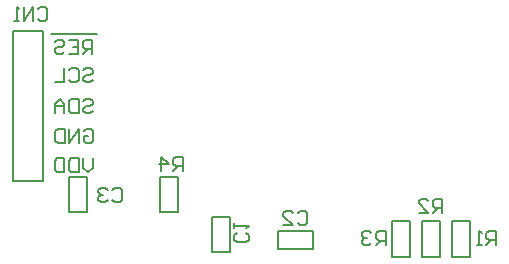
<source format=gbo>
G04*
G04 #@! TF.GenerationSoftware,Altium Limited,Altium Designer,22.4.2 (48)*
G04*
G04 Layer_Color=32896*
%FSLAX25Y25*%
%MOIN*%
G70*
G04*
G04 #@! TF.SameCoordinates,3C072E9B-22AA-40BF-B50C-96CCD76C562D*
G04*
G04*
G04 #@! TF.FilePolarity,Positive*
G04*
G01*
G75*
%ADD11C,0.00787*%
D11*
X23622Y90748D02*
X38976D01*
X29626Y31398D02*
X35531D01*
X29626D02*
Y43209D01*
X35531D01*
Y31398D02*
Y43209D01*
X11043Y91929D02*
X21043D01*
X11043Y41929D02*
Y91929D01*
X21043Y41929D02*
Y91929D01*
X11043Y41929D02*
X21043D01*
X137303Y28445D02*
X143209D01*
Y16634D02*
Y28445D01*
X137303Y16634D02*
X143209D01*
X137303D02*
Y28445D01*
X147244D02*
X153150D01*
Y16634D02*
Y28445D01*
X147244Y16634D02*
X153150D01*
X147244D02*
Y28445D01*
X157283D02*
X163189D01*
Y16634D02*
Y28445D01*
X157283Y16634D02*
X163189D01*
X157283D02*
Y28445D01*
X111024Y19291D02*
Y25197D01*
X99213Y19291D02*
X111024D01*
X99213D02*
Y25197D01*
X111024D01*
X77264Y29823D02*
X83169D01*
Y18012D02*
Y29823D01*
X77264Y18012D02*
X83169D01*
X77264D02*
Y29823D01*
X60039Y31398D02*
X65945D01*
X60039D02*
Y43209D01*
X65945D01*
Y31398D02*
Y43209D01*
X37402Y84153D02*
Y88876D01*
X35040D01*
X34253Y88089D01*
Y86515D01*
X35040Y85728D01*
X37402D01*
X35827D02*
X34253Y84153D01*
X29530Y88876D02*
X32679D01*
Y84153D01*
X29530D01*
X32679Y86515D02*
X31104D01*
X24807Y88089D02*
X25594Y88876D01*
X27169D01*
X27956Y88089D01*
Y87302D01*
X27169Y86515D01*
X25594D01*
X24807Y85728D01*
Y84941D01*
X25594Y84153D01*
X27169D01*
X27956Y84941D01*
X34351Y78641D02*
X35139Y79428D01*
X36713D01*
X37500Y78641D01*
Y77853D01*
X36713Y77066D01*
X35139D01*
X34351Y76279D01*
Y75492D01*
X35139Y74705D01*
X36713D01*
X37500Y75492D01*
X29629Y78641D02*
X30416Y79428D01*
X31990D01*
X32777Y78641D01*
Y75492D01*
X31990Y74705D01*
X30416D01*
X29629Y75492D01*
X28054Y79428D02*
Y74705D01*
X24906D01*
X34351Y68306D02*
X35139Y69093D01*
X36713D01*
X37500Y68306D01*
Y67519D01*
X36713Y66732D01*
X35139D01*
X34351Y65944D01*
Y65157D01*
X35139Y64370D01*
X36713D01*
X37500Y65157D01*
X32777Y69093D02*
Y64370D01*
X30416D01*
X29629Y65157D01*
Y68306D01*
X30416Y69093D01*
X32777D01*
X28054Y64370D02*
Y67519D01*
X26480Y69093D01*
X24906Y67519D01*
Y64370D01*
Y66732D01*
X28054D01*
X34450Y58365D02*
X35237Y59152D01*
X36811D01*
X37598Y58365D01*
Y55216D01*
X36811Y54429D01*
X35237D01*
X34450Y55216D01*
Y56791D01*
X36024D01*
X32875Y54429D02*
Y59152D01*
X29727Y54429D01*
Y59152D01*
X28153D02*
Y54429D01*
X25791D01*
X25004Y55216D01*
Y58365D01*
X25791Y59152D01*
X28153D01*
X37500Y49408D02*
Y46259D01*
X35926Y44685D01*
X34351Y46259D01*
Y49408D01*
X32777D02*
Y44685D01*
X30416D01*
X29629Y45472D01*
Y48621D01*
X30416Y49408D01*
X32777D01*
X28054D02*
Y44685D01*
X25693D01*
X24906Y45472D01*
Y48621D01*
X25693Y49408D01*
X28054D01*
X44094Y38779D02*
X44881Y39566D01*
X46456D01*
X47243Y38779D01*
Y35630D01*
X46456Y34843D01*
X44881D01*
X44094Y35630D01*
X42520Y38779D02*
X41733Y39566D01*
X40159D01*
X39371Y38779D01*
Y37992D01*
X40159Y37205D01*
X40946D01*
X40159D01*
X39371Y36418D01*
Y35630D01*
X40159Y34843D01*
X41733D01*
X42520Y35630D01*
X67518Y45178D02*
Y49901D01*
X65157D01*
X64370Y49114D01*
Y47539D01*
X65157Y46752D01*
X67518D01*
X65944D02*
X64370Y45178D01*
X60434D02*
Y49901D01*
X62796Y47539D01*
X59647D01*
X135136Y20375D02*
Y25098D01*
X132775D01*
X131988Y24310D01*
Y22736D01*
X132775Y21949D01*
X135136D01*
X133562D02*
X131988Y20375D01*
X130414Y24310D02*
X129627Y25098D01*
X128052D01*
X127265Y24310D01*
Y23523D01*
X128052Y22736D01*
X128839D01*
X128052D01*
X127265Y21949D01*
Y21162D01*
X128052Y20375D01*
X129627D01*
X130414Y21162D01*
X154034Y31201D02*
Y35924D01*
X151673D01*
X150886Y35137D01*
Y33563D01*
X151673Y32776D01*
X154034D01*
X152460D02*
X150886Y31201D01*
X146163D02*
X149311D01*
X146163Y34350D01*
Y35137D01*
X146950Y35924D01*
X148524D01*
X149311Y35137D01*
X171849Y20572D02*
Y25295D01*
X169488D01*
X168701Y24507D01*
Y22933D01*
X169488Y22146D01*
X171849D01*
X170275D02*
X168701Y20572D01*
X167127D02*
X165552D01*
X166339D01*
Y25295D01*
X167127Y24507D01*
X19265Y99008D02*
X20052Y99795D01*
X21626D01*
X22413Y99008D01*
Y95860D01*
X21626Y95072D01*
X20052D01*
X19265Y95860D01*
X17691Y95072D02*
Y99795D01*
X14542Y95072D01*
Y99795D01*
X12968Y95072D02*
X11393D01*
X12180D01*
Y99795D01*
X12968Y99008D01*
X105807Y31003D02*
X106594Y31791D01*
X108168D01*
X108955Y31003D01*
Y27855D01*
X108168Y27068D01*
X106594D01*
X105807Y27855D01*
X101084Y27068D02*
X104233D01*
X101084Y30216D01*
Y31003D01*
X101871Y31791D01*
X103445D01*
X104233Y31003D01*
X88681Y24508D02*
X89468Y23721D01*
Y22146D01*
X88681Y21359D01*
X85532D01*
X84745Y22146D01*
Y23721D01*
X85532Y24508D01*
X84745Y26082D02*
Y27656D01*
Y26869D01*
X89468D01*
X88681Y26082D01*
M02*

</source>
